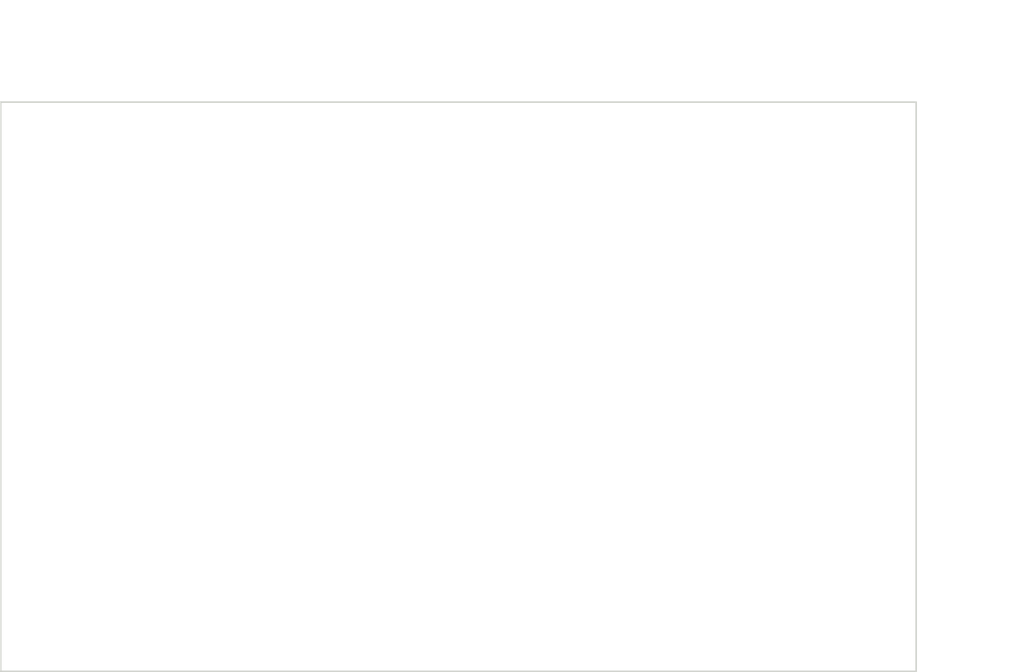
<source format=kicad_pcb>
(kicad_pcb (version 20221018) (generator pcbnew)

  (general
    (thickness 1.6)
  )

  (paper "A4")
  (layers
    (0 "F.Cu" signal)
    (31 "B.Cu" signal)
    (32 "B.Adhes" user "B.Adhesive")
    (33 "F.Adhes" user "F.Adhesive")
    (34 "B.Paste" user)
    (35 "F.Paste" user)
    (36 "B.SilkS" user "B.Silkscreen")
    (37 "F.SilkS" user "F.Silkscreen")
    (38 "B.Mask" user)
    (39 "F.Mask" user)
    (40 "Dwgs.User" user "User.Drawings")
    (41 "Cmts.User" user "User.Comments")
    (42 "Eco1.User" user "User.Eco1")
    (43 "Eco2.User" user "User.Eco2")
    (44 "Edge.Cuts" user)
    (45 "Margin" user)
    (46 "B.CrtYd" user "B.Courtyard")
    (47 "F.CrtYd" user "F.Courtyard")
    (48 "B.Fab" user)
    (49 "F.Fab" user)
  )

  (setup
    (pad_to_mask_clearance 0.051)
    (solder_mask_min_width 0.25)
    (pcbplotparams
      (layerselection 0x00010fc_ffffffff)
      (plot_on_all_layers_selection 0x0000000_00000000)
      (disableapertmacros false)
      (usegerberextensions false)
      (usegerberattributes false)
      (usegerberadvancedattributes false)
      (creategerberjobfile false)
      (dashed_line_dash_ratio 12.000000)
      (dashed_line_gap_ratio 3.000000)
      (svgprecision 4)
      (plotframeref false)
      (viasonmask false)
      (mode 1)
      (useauxorigin false)
      (hpglpennumber 1)
      (hpglpenspeed 20)
      (hpglpendiameter 15.000000)
      (dxfpolygonmode true)
      (dxfimperialunits true)
      (dxfusepcbnewfont true)
      (psnegative false)
      (psa4output false)
      (plotreference true)
      (plotvalue true)
      (plotinvisibletext false)
      (sketchpadsonfab false)
      (subtractmaskfromsilk false)
      (outputformat 1)
      (mirror false)
      (drillshape 1)
      (scaleselection 1)
      (outputdirectory "")
    )
  )

  (net 0 "")

  (gr_line (start 209.107617 63.411961) (end 221.282617 63.411961)
    (stroke (width 0.2) (type solid)) (layer "Dwgs.User") (tstamp 0e453a9b-419a-4540-b8fc-3a5aa86617b3))
  (gr_line (start 208.107617 62.411961) (end 208.107617 50.236961)
    (stroke (width 0.2) (type solid)) (layer "Dwgs.User") (tstamp 2aefd9e8-6d7d-47fb-b6ae-146d8fc30a24))
  (gr_line (start 89.107617 62.411961) (end 89.107617 50.236961)
    (stroke (width 0.2) (type solid)) (layer "Dwgs.User") (tstamp 33a0d34d-4339-455f-894c-ea2305472839))
  (gr_line (start 218.107617 65.411961) (end 218.107617 104.104525)
    (stroke (width 0.2) (type solid)) (layer "Dwgs.User") (tstamp 5e29d1a8-056d-42eb-b437-aecfcac14146))
  (gr_line (start 91.107617 53.411961) (end 163.902604 53.411961)
    (stroke (width 0.2) (type solid)) (layer "Dwgs.User") (tstamp ad5c2e8c-4e06-41ed-84f5-801db7a53953))
  (gr_line (start 206.107617 53.411961) (end 173.312631 53.411961)
    (stroke (width 0.2) (type solid)) (layer "Dwgs.User") (tstamp b3f86e6a-fe93-471e-aa7d-95cb5e76615c))
  (gr_line (start 218.107617 135.411961) (end 218.107617 111.219396)
    (stroke (width 0.2) (type solid)) (layer "Dwgs.User") (tstamp c9691366-86de-44a4-8771-43425da518cd))
  (gr_line (start 209.107617 137.411961) (end 221.282617 137.411961)
    (stroke (width 0.2) (type solid)) (layer "Dwgs.User") (tstamp db37e807-41e4-4b86-a2f9-6e1297d95e8b))
  (gr_line (start 89.107617 137.411961) (end 208.107617 137.411961)
    (stroke (width 0.2) (type solid)) (layer "Edge.Cuts") (tstamp 27d527cc-f933-4b07-aa9d-d87b8d8295f0))
  (gr_line (start 208.107617 63.411961) (end 89.107617 63.411961)
    (stroke (width 0.2) (type solid)) (layer "Edge.Cuts") (tstamp 3a8a0199-33a9-48ea-bc4c-fe25b8e757dd))
  (gr_line (start 89.107617 63.411961) (end 89.107617 137.411961)
    (stroke (width 0.2) (type solid)) (layer "Edge.Cuts") (tstamp a27873b0-0ca6-44ca-9b18-97bf53631eb7))
  (gr_line (start 208.107617 137.411961) (end 208.107617 63.411961)
    (stroke (width 0.2) (type solid)) (layer "Edge.Cuts") (tstamp b092bce6-5257-458f-8712-1be9dee14b50))
  (gr_text "[4.69]" (at 168.607617 55.301422) (layer "Dwgs.User") (tstamp 2110a017-fffb-4793-a309-01444a004762)
    (effects (font (size 1.7 1.53) (thickness 0.2125)))
  )
  (gr_text " 74.00" (at 218.107617 105.993987) (layer "Dwgs.User") (tstamp 71cce7cb-da91-458c-81e3-e812c6bfbb10)
    (effects (font (size 1.7 1.53) (thickness 0.2125)))
  )
  (gr_text " 119.00" (at 168.607617 51.743987) (layer "Dwgs.User") (tstamp 725b5aa4-9200-4b48-a977-cac0c6b4d451)
    (effects (font (size 1.7 1.53) (thickness 0.2125)))
  )
  (gr_text "[2.91]" (at 218.107617 109.551422) (layer "Dwgs.User") (tstamp a3483bc6-8884-4e7d-bab3-77868ee0cd7a)
    (effects (font (size 1.7 1.53) (thickness 0.2125)))
  )

)

</source>
